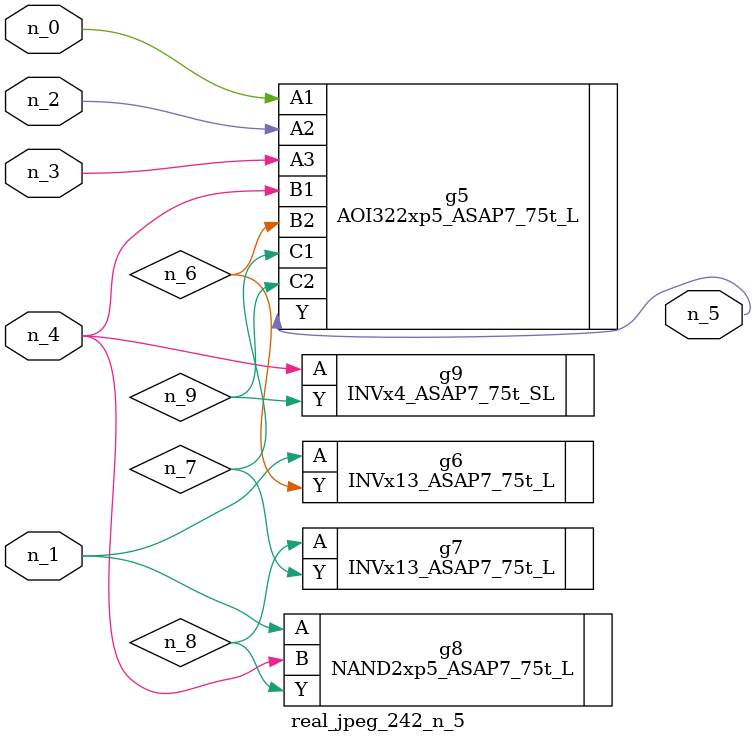
<source format=v>
module real_jpeg_242_n_5 (n_4, n_0, n_1, n_2, n_3, n_5);

input n_4;
input n_0;
input n_1;
input n_2;
input n_3;

output n_5;

wire n_8;
wire n_6;
wire n_7;
wire n_9;

AOI322xp5_ASAP7_75t_L g5 ( 
.A1(n_0),
.A2(n_2),
.A3(n_3),
.B1(n_4),
.B2(n_6),
.C1(n_7),
.C2(n_9),
.Y(n_5)
);

INVx13_ASAP7_75t_L g6 ( 
.A(n_1),
.Y(n_6)
);

NAND2xp5_ASAP7_75t_L g8 ( 
.A(n_1),
.B(n_4),
.Y(n_8)
);

INVx4_ASAP7_75t_SL g9 ( 
.A(n_4),
.Y(n_9)
);

INVx13_ASAP7_75t_L g7 ( 
.A(n_8),
.Y(n_7)
);


endmodule
</source>
